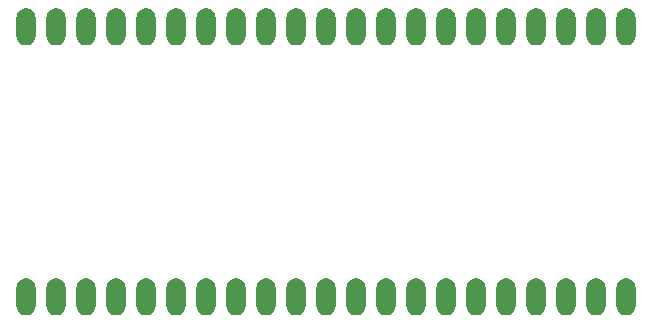
<source format=gbs>
G04 #@! TF.GenerationSoftware,KiCad,Pcbnew,(5.0.2)-1*
G04 #@! TF.CreationDate,2019-01-04T01:39:08+09:00*
G04 #@! TF.ProjectId,sdram,73647261-6d2e-46b6-9963-61645f706362,v1.0*
G04 #@! TF.SameCoordinates,Original*
G04 #@! TF.FileFunction,Soldermask,Bot*
G04 #@! TF.FilePolarity,Negative*
%FSLAX46Y46*%
G04 Gerber Fmt 4.6, Leading zero omitted, Abs format (unit mm)*
G04 Created by KiCad (PCBNEW (5.0.2)-1) date 2019/01/04 1:39:08*
%MOMM*%
%LPD*%
G01*
G04 APERTURE LIST*
%ADD10C,0.150000*%
G04 APERTURE END LIST*
D10*
G36*
X118269376Y-51776764D02*
X118371543Y-51807756D01*
X118422628Y-51823252D01*
X118563865Y-51898745D01*
X118687659Y-52000341D01*
X118789255Y-52124135D01*
X118864748Y-52265372D01*
X118864748Y-52265373D01*
X118911236Y-52418624D01*
X118923000Y-52538067D01*
X118923000Y-54141933D01*
X118911236Y-54261376D01*
X118880244Y-54363543D01*
X118864748Y-54414628D01*
X118789255Y-54555865D01*
X118687659Y-54679659D01*
X118563863Y-54781255D01*
X118498120Y-54816395D01*
X118422627Y-54856748D01*
X118371542Y-54872244D01*
X118269375Y-54903236D01*
X118110000Y-54918933D01*
X117950624Y-54903236D01*
X117848457Y-54872244D01*
X117797372Y-54856748D01*
X117656135Y-54781255D01*
X117532341Y-54679659D01*
X117430746Y-54555864D01*
X117355252Y-54414627D01*
X117339756Y-54363542D01*
X117308764Y-54261375D01*
X117297000Y-54141932D01*
X117297001Y-52538067D01*
X117308765Y-52418624D01*
X117355253Y-52265373D01*
X117355253Y-52265372D01*
X117430746Y-52124135D01*
X117532342Y-52000341D01*
X117656136Y-51898745D01*
X117797373Y-51823252D01*
X117848458Y-51807756D01*
X117950625Y-51776764D01*
X118110000Y-51761067D01*
X118269376Y-51776764D01*
X118269376Y-51776764D01*
G37*
G36*
X143669376Y-51776764D02*
X143771543Y-51807756D01*
X143822628Y-51823252D01*
X143963865Y-51898745D01*
X144087659Y-52000341D01*
X144189255Y-52124135D01*
X144264748Y-52265372D01*
X144264748Y-52265373D01*
X144311236Y-52418624D01*
X144323000Y-52538067D01*
X144323000Y-54141933D01*
X144311236Y-54261376D01*
X144280244Y-54363543D01*
X144264748Y-54414628D01*
X144189255Y-54555865D01*
X144087659Y-54679659D01*
X143963863Y-54781255D01*
X143898120Y-54816395D01*
X143822627Y-54856748D01*
X143771542Y-54872244D01*
X143669375Y-54903236D01*
X143510000Y-54918933D01*
X143350624Y-54903236D01*
X143248457Y-54872244D01*
X143197372Y-54856748D01*
X143056135Y-54781255D01*
X142932341Y-54679659D01*
X142830746Y-54555864D01*
X142755252Y-54414627D01*
X142739756Y-54363542D01*
X142708764Y-54261375D01*
X142697000Y-54141932D01*
X142697001Y-52538067D01*
X142708765Y-52418624D01*
X142755253Y-52265373D01*
X142755253Y-52265372D01*
X142830746Y-52124135D01*
X142932342Y-52000341D01*
X143056136Y-51898745D01*
X143197373Y-51823252D01*
X143248458Y-51807756D01*
X143350625Y-51776764D01*
X143510000Y-51761067D01*
X143669376Y-51776764D01*
X143669376Y-51776764D01*
G37*
G36*
X166529376Y-51776764D02*
X166631543Y-51807756D01*
X166682628Y-51823252D01*
X166823865Y-51898745D01*
X166947659Y-52000341D01*
X167049255Y-52124135D01*
X167124748Y-52265372D01*
X167124748Y-52265373D01*
X167171236Y-52418624D01*
X167183000Y-52538067D01*
X167183000Y-54141933D01*
X167171236Y-54261376D01*
X167140244Y-54363543D01*
X167124748Y-54414628D01*
X167049255Y-54555865D01*
X166947659Y-54679659D01*
X166823863Y-54781255D01*
X166758120Y-54816395D01*
X166682627Y-54856748D01*
X166631542Y-54872244D01*
X166529375Y-54903236D01*
X166370000Y-54918933D01*
X166210624Y-54903236D01*
X166108457Y-54872244D01*
X166057372Y-54856748D01*
X165916135Y-54781255D01*
X165792341Y-54679659D01*
X165690746Y-54555864D01*
X165615252Y-54414627D01*
X165599756Y-54363542D01*
X165568764Y-54261375D01*
X165557000Y-54141932D01*
X165557001Y-52538067D01*
X165568765Y-52418624D01*
X165615253Y-52265373D01*
X165615253Y-52265372D01*
X165690746Y-52124135D01*
X165792342Y-52000341D01*
X165916136Y-51898745D01*
X166057373Y-51823252D01*
X166108458Y-51807756D01*
X166210625Y-51776764D01*
X166370000Y-51761067D01*
X166529376Y-51776764D01*
X166529376Y-51776764D01*
G37*
G36*
X163989376Y-51776764D02*
X164091543Y-51807756D01*
X164142628Y-51823252D01*
X164283865Y-51898745D01*
X164407659Y-52000341D01*
X164509255Y-52124135D01*
X164584748Y-52265372D01*
X164584748Y-52265373D01*
X164631236Y-52418624D01*
X164643000Y-52538067D01*
X164643000Y-54141933D01*
X164631236Y-54261376D01*
X164600244Y-54363543D01*
X164584748Y-54414628D01*
X164509255Y-54555865D01*
X164407659Y-54679659D01*
X164283863Y-54781255D01*
X164218120Y-54816395D01*
X164142627Y-54856748D01*
X164091542Y-54872244D01*
X163989375Y-54903236D01*
X163830000Y-54918933D01*
X163670624Y-54903236D01*
X163568457Y-54872244D01*
X163517372Y-54856748D01*
X163376135Y-54781255D01*
X163252341Y-54679659D01*
X163150746Y-54555864D01*
X163075252Y-54414627D01*
X163059756Y-54363542D01*
X163028764Y-54261375D01*
X163017000Y-54141932D01*
X163017001Y-52538067D01*
X163028765Y-52418624D01*
X163075253Y-52265373D01*
X163075253Y-52265372D01*
X163150746Y-52124135D01*
X163252342Y-52000341D01*
X163376136Y-51898745D01*
X163517373Y-51823252D01*
X163568458Y-51807756D01*
X163670625Y-51776764D01*
X163830000Y-51761067D01*
X163989376Y-51776764D01*
X163989376Y-51776764D01*
G37*
G36*
X161449376Y-51776764D02*
X161551543Y-51807756D01*
X161602628Y-51823252D01*
X161743865Y-51898745D01*
X161867659Y-52000341D01*
X161969255Y-52124135D01*
X162044748Y-52265372D01*
X162044748Y-52265373D01*
X162091236Y-52418624D01*
X162103000Y-52538067D01*
X162103000Y-54141933D01*
X162091236Y-54261376D01*
X162060244Y-54363543D01*
X162044748Y-54414628D01*
X161969255Y-54555865D01*
X161867659Y-54679659D01*
X161743863Y-54781255D01*
X161678120Y-54816395D01*
X161602627Y-54856748D01*
X161551542Y-54872244D01*
X161449375Y-54903236D01*
X161290000Y-54918933D01*
X161130624Y-54903236D01*
X161028457Y-54872244D01*
X160977372Y-54856748D01*
X160836135Y-54781255D01*
X160712341Y-54679659D01*
X160610746Y-54555864D01*
X160535252Y-54414627D01*
X160519756Y-54363542D01*
X160488764Y-54261375D01*
X160477000Y-54141932D01*
X160477001Y-52538067D01*
X160488765Y-52418624D01*
X160535253Y-52265373D01*
X160535253Y-52265372D01*
X160610746Y-52124135D01*
X160712342Y-52000341D01*
X160836136Y-51898745D01*
X160977373Y-51823252D01*
X161028458Y-51807756D01*
X161130625Y-51776764D01*
X161290000Y-51761067D01*
X161449376Y-51776764D01*
X161449376Y-51776764D01*
G37*
G36*
X158909376Y-51776764D02*
X159011543Y-51807756D01*
X159062628Y-51823252D01*
X159203865Y-51898745D01*
X159327659Y-52000341D01*
X159429255Y-52124135D01*
X159504748Y-52265372D01*
X159504748Y-52265373D01*
X159551236Y-52418624D01*
X159563000Y-52538067D01*
X159563000Y-54141933D01*
X159551236Y-54261376D01*
X159520244Y-54363543D01*
X159504748Y-54414628D01*
X159429255Y-54555865D01*
X159327659Y-54679659D01*
X159203863Y-54781255D01*
X159138120Y-54816395D01*
X159062627Y-54856748D01*
X159011542Y-54872244D01*
X158909375Y-54903236D01*
X158750000Y-54918933D01*
X158590624Y-54903236D01*
X158488457Y-54872244D01*
X158437372Y-54856748D01*
X158296135Y-54781255D01*
X158172341Y-54679659D01*
X158070746Y-54555864D01*
X157995252Y-54414627D01*
X157979756Y-54363542D01*
X157948764Y-54261375D01*
X157937000Y-54141932D01*
X157937001Y-52538067D01*
X157948765Y-52418624D01*
X157995253Y-52265373D01*
X157995253Y-52265372D01*
X158070746Y-52124135D01*
X158172342Y-52000341D01*
X158296136Y-51898745D01*
X158437373Y-51823252D01*
X158488458Y-51807756D01*
X158590625Y-51776764D01*
X158750000Y-51761067D01*
X158909376Y-51776764D01*
X158909376Y-51776764D01*
G37*
G36*
X156369376Y-51776764D02*
X156471543Y-51807756D01*
X156522628Y-51823252D01*
X156663865Y-51898745D01*
X156787659Y-52000341D01*
X156889255Y-52124135D01*
X156964748Y-52265372D01*
X156964748Y-52265373D01*
X157011236Y-52418624D01*
X157023000Y-52538067D01*
X157023000Y-54141933D01*
X157011236Y-54261376D01*
X156980244Y-54363543D01*
X156964748Y-54414628D01*
X156889255Y-54555865D01*
X156787659Y-54679659D01*
X156663863Y-54781255D01*
X156598120Y-54816395D01*
X156522627Y-54856748D01*
X156471542Y-54872244D01*
X156369375Y-54903236D01*
X156210000Y-54918933D01*
X156050624Y-54903236D01*
X155948457Y-54872244D01*
X155897372Y-54856748D01*
X155756135Y-54781255D01*
X155632341Y-54679659D01*
X155530746Y-54555864D01*
X155455252Y-54414627D01*
X155439756Y-54363542D01*
X155408764Y-54261375D01*
X155397000Y-54141932D01*
X155397001Y-52538067D01*
X155408765Y-52418624D01*
X155455253Y-52265373D01*
X155455253Y-52265372D01*
X155530746Y-52124135D01*
X155632342Y-52000341D01*
X155756136Y-51898745D01*
X155897373Y-51823252D01*
X155948458Y-51807756D01*
X156050625Y-51776764D01*
X156210000Y-51761067D01*
X156369376Y-51776764D01*
X156369376Y-51776764D01*
G37*
G36*
X153829376Y-51776764D02*
X153931543Y-51807756D01*
X153982628Y-51823252D01*
X154123865Y-51898745D01*
X154247659Y-52000341D01*
X154349255Y-52124135D01*
X154424748Y-52265372D01*
X154424748Y-52265373D01*
X154471236Y-52418624D01*
X154483000Y-52538067D01*
X154483000Y-54141933D01*
X154471236Y-54261376D01*
X154440244Y-54363543D01*
X154424748Y-54414628D01*
X154349255Y-54555865D01*
X154247659Y-54679659D01*
X154123863Y-54781255D01*
X154058120Y-54816395D01*
X153982627Y-54856748D01*
X153931542Y-54872244D01*
X153829375Y-54903236D01*
X153670000Y-54918933D01*
X153510624Y-54903236D01*
X153408457Y-54872244D01*
X153357372Y-54856748D01*
X153216135Y-54781255D01*
X153092341Y-54679659D01*
X152990746Y-54555864D01*
X152915252Y-54414627D01*
X152899756Y-54363542D01*
X152868764Y-54261375D01*
X152857000Y-54141932D01*
X152857001Y-52538067D01*
X152868765Y-52418624D01*
X152915253Y-52265373D01*
X152915253Y-52265372D01*
X152990746Y-52124135D01*
X153092342Y-52000341D01*
X153216136Y-51898745D01*
X153357373Y-51823252D01*
X153408458Y-51807756D01*
X153510625Y-51776764D01*
X153670000Y-51761067D01*
X153829376Y-51776764D01*
X153829376Y-51776764D01*
G37*
G36*
X151289376Y-51776764D02*
X151391543Y-51807756D01*
X151442628Y-51823252D01*
X151583865Y-51898745D01*
X151707659Y-52000341D01*
X151809255Y-52124135D01*
X151884748Y-52265372D01*
X151884748Y-52265373D01*
X151931236Y-52418624D01*
X151943000Y-52538067D01*
X151943000Y-54141933D01*
X151931236Y-54261376D01*
X151900244Y-54363543D01*
X151884748Y-54414628D01*
X151809255Y-54555865D01*
X151707659Y-54679659D01*
X151583863Y-54781255D01*
X151518120Y-54816395D01*
X151442627Y-54856748D01*
X151391542Y-54872244D01*
X151289375Y-54903236D01*
X151130000Y-54918933D01*
X150970624Y-54903236D01*
X150868457Y-54872244D01*
X150817372Y-54856748D01*
X150676135Y-54781255D01*
X150552341Y-54679659D01*
X150450746Y-54555864D01*
X150375252Y-54414627D01*
X150359756Y-54363542D01*
X150328764Y-54261375D01*
X150317000Y-54141932D01*
X150317001Y-52538067D01*
X150328765Y-52418624D01*
X150375253Y-52265373D01*
X150375253Y-52265372D01*
X150450746Y-52124135D01*
X150552342Y-52000341D01*
X150676136Y-51898745D01*
X150817373Y-51823252D01*
X150868458Y-51807756D01*
X150970625Y-51776764D01*
X151130000Y-51761067D01*
X151289376Y-51776764D01*
X151289376Y-51776764D01*
G37*
G36*
X148749376Y-51776764D02*
X148851543Y-51807756D01*
X148902628Y-51823252D01*
X149043865Y-51898745D01*
X149167659Y-52000341D01*
X149269255Y-52124135D01*
X149344748Y-52265372D01*
X149344748Y-52265373D01*
X149391236Y-52418624D01*
X149403000Y-52538067D01*
X149403000Y-54141933D01*
X149391236Y-54261376D01*
X149360244Y-54363543D01*
X149344748Y-54414628D01*
X149269255Y-54555865D01*
X149167659Y-54679659D01*
X149043863Y-54781255D01*
X148978120Y-54816395D01*
X148902627Y-54856748D01*
X148851542Y-54872244D01*
X148749375Y-54903236D01*
X148590000Y-54918933D01*
X148430624Y-54903236D01*
X148328457Y-54872244D01*
X148277372Y-54856748D01*
X148136135Y-54781255D01*
X148012341Y-54679659D01*
X147910746Y-54555864D01*
X147835252Y-54414627D01*
X147819756Y-54363542D01*
X147788764Y-54261375D01*
X147777000Y-54141932D01*
X147777001Y-52538067D01*
X147788765Y-52418624D01*
X147835253Y-52265373D01*
X147835253Y-52265372D01*
X147910746Y-52124135D01*
X148012342Y-52000341D01*
X148136136Y-51898745D01*
X148277373Y-51823252D01*
X148328458Y-51807756D01*
X148430625Y-51776764D01*
X148590000Y-51761067D01*
X148749376Y-51776764D01*
X148749376Y-51776764D01*
G37*
G36*
X146209376Y-51776764D02*
X146311543Y-51807756D01*
X146362628Y-51823252D01*
X146503865Y-51898745D01*
X146627659Y-52000341D01*
X146729255Y-52124135D01*
X146804748Y-52265372D01*
X146804748Y-52265373D01*
X146851236Y-52418624D01*
X146863000Y-52538067D01*
X146863000Y-54141933D01*
X146851236Y-54261376D01*
X146820244Y-54363543D01*
X146804748Y-54414628D01*
X146729255Y-54555865D01*
X146627659Y-54679659D01*
X146503863Y-54781255D01*
X146438120Y-54816395D01*
X146362627Y-54856748D01*
X146311542Y-54872244D01*
X146209375Y-54903236D01*
X146050000Y-54918933D01*
X145890624Y-54903236D01*
X145788457Y-54872244D01*
X145737372Y-54856748D01*
X145596135Y-54781255D01*
X145472341Y-54679659D01*
X145370746Y-54555864D01*
X145295252Y-54414627D01*
X145279756Y-54363542D01*
X145248764Y-54261375D01*
X145237000Y-54141932D01*
X145237001Y-52538067D01*
X145248765Y-52418624D01*
X145295253Y-52265373D01*
X145295253Y-52265372D01*
X145370746Y-52124135D01*
X145472342Y-52000341D01*
X145596136Y-51898745D01*
X145737373Y-51823252D01*
X145788458Y-51807756D01*
X145890625Y-51776764D01*
X146050000Y-51761067D01*
X146209376Y-51776764D01*
X146209376Y-51776764D01*
G37*
G36*
X141129376Y-51776764D02*
X141231543Y-51807756D01*
X141282628Y-51823252D01*
X141423865Y-51898745D01*
X141547659Y-52000341D01*
X141649255Y-52124135D01*
X141724748Y-52265372D01*
X141724748Y-52265373D01*
X141771236Y-52418624D01*
X141783000Y-52538067D01*
X141783000Y-54141933D01*
X141771236Y-54261376D01*
X141740244Y-54363543D01*
X141724748Y-54414628D01*
X141649255Y-54555865D01*
X141547659Y-54679659D01*
X141423863Y-54781255D01*
X141358120Y-54816395D01*
X141282627Y-54856748D01*
X141231542Y-54872244D01*
X141129375Y-54903236D01*
X140970000Y-54918933D01*
X140810624Y-54903236D01*
X140708457Y-54872244D01*
X140657372Y-54856748D01*
X140516135Y-54781255D01*
X140392341Y-54679659D01*
X140290746Y-54555864D01*
X140215252Y-54414627D01*
X140199756Y-54363542D01*
X140168764Y-54261375D01*
X140157000Y-54141932D01*
X140157001Y-52538067D01*
X140168765Y-52418624D01*
X140215253Y-52265373D01*
X140215253Y-52265372D01*
X140290746Y-52124135D01*
X140392342Y-52000341D01*
X140516136Y-51898745D01*
X140657373Y-51823252D01*
X140708458Y-51807756D01*
X140810625Y-51776764D01*
X140970000Y-51761067D01*
X141129376Y-51776764D01*
X141129376Y-51776764D01*
G37*
G36*
X138589376Y-51776764D02*
X138691543Y-51807756D01*
X138742628Y-51823252D01*
X138883865Y-51898745D01*
X139007659Y-52000341D01*
X139109255Y-52124135D01*
X139184748Y-52265372D01*
X139184748Y-52265373D01*
X139231236Y-52418624D01*
X139243000Y-52538067D01*
X139243000Y-54141933D01*
X139231236Y-54261376D01*
X139200244Y-54363543D01*
X139184748Y-54414628D01*
X139109255Y-54555865D01*
X139007659Y-54679659D01*
X138883863Y-54781255D01*
X138818120Y-54816395D01*
X138742627Y-54856748D01*
X138691542Y-54872244D01*
X138589375Y-54903236D01*
X138430000Y-54918933D01*
X138270624Y-54903236D01*
X138168457Y-54872244D01*
X138117372Y-54856748D01*
X137976135Y-54781255D01*
X137852341Y-54679659D01*
X137750746Y-54555864D01*
X137675252Y-54414627D01*
X137659756Y-54363542D01*
X137628764Y-54261375D01*
X137617000Y-54141932D01*
X137617001Y-52538067D01*
X137628765Y-52418624D01*
X137675253Y-52265373D01*
X137675253Y-52265372D01*
X137750746Y-52124135D01*
X137852342Y-52000341D01*
X137976136Y-51898745D01*
X138117373Y-51823252D01*
X138168458Y-51807756D01*
X138270625Y-51776764D01*
X138430000Y-51761067D01*
X138589376Y-51776764D01*
X138589376Y-51776764D01*
G37*
G36*
X136049376Y-51776764D02*
X136151543Y-51807756D01*
X136202628Y-51823252D01*
X136343865Y-51898745D01*
X136467659Y-52000341D01*
X136569255Y-52124135D01*
X136644748Y-52265372D01*
X136644748Y-52265373D01*
X136691236Y-52418624D01*
X136703000Y-52538067D01*
X136703000Y-54141933D01*
X136691236Y-54261376D01*
X136660244Y-54363543D01*
X136644748Y-54414628D01*
X136569255Y-54555865D01*
X136467659Y-54679659D01*
X136343863Y-54781255D01*
X136278120Y-54816395D01*
X136202627Y-54856748D01*
X136151542Y-54872244D01*
X136049375Y-54903236D01*
X135890000Y-54918933D01*
X135730624Y-54903236D01*
X135628457Y-54872244D01*
X135577372Y-54856748D01*
X135436135Y-54781255D01*
X135312341Y-54679659D01*
X135210746Y-54555864D01*
X135135252Y-54414627D01*
X135119756Y-54363542D01*
X135088764Y-54261375D01*
X135077000Y-54141932D01*
X135077001Y-52538067D01*
X135088765Y-52418624D01*
X135135253Y-52265373D01*
X135135253Y-52265372D01*
X135210746Y-52124135D01*
X135312342Y-52000341D01*
X135436136Y-51898745D01*
X135577373Y-51823252D01*
X135628458Y-51807756D01*
X135730625Y-51776764D01*
X135890000Y-51761067D01*
X136049376Y-51776764D01*
X136049376Y-51776764D01*
G37*
G36*
X133509376Y-51776764D02*
X133611543Y-51807756D01*
X133662628Y-51823252D01*
X133803865Y-51898745D01*
X133927659Y-52000341D01*
X134029255Y-52124135D01*
X134104748Y-52265372D01*
X134104748Y-52265373D01*
X134151236Y-52418624D01*
X134163000Y-52538067D01*
X134163000Y-54141933D01*
X134151236Y-54261376D01*
X134120244Y-54363543D01*
X134104748Y-54414628D01*
X134029255Y-54555865D01*
X133927659Y-54679659D01*
X133803863Y-54781255D01*
X133738120Y-54816395D01*
X133662627Y-54856748D01*
X133611542Y-54872244D01*
X133509375Y-54903236D01*
X133350000Y-54918933D01*
X133190624Y-54903236D01*
X133088457Y-54872244D01*
X133037372Y-54856748D01*
X132896135Y-54781255D01*
X132772341Y-54679659D01*
X132670746Y-54555864D01*
X132595252Y-54414627D01*
X132579756Y-54363542D01*
X132548764Y-54261375D01*
X132537000Y-54141932D01*
X132537001Y-52538067D01*
X132548765Y-52418624D01*
X132595253Y-52265373D01*
X132595253Y-52265372D01*
X132670746Y-52124135D01*
X132772342Y-52000341D01*
X132896136Y-51898745D01*
X133037373Y-51823252D01*
X133088458Y-51807756D01*
X133190625Y-51776764D01*
X133350000Y-51761067D01*
X133509376Y-51776764D01*
X133509376Y-51776764D01*
G37*
G36*
X130969376Y-51776764D02*
X131071543Y-51807756D01*
X131122628Y-51823252D01*
X131263865Y-51898745D01*
X131387659Y-52000341D01*
X131489255Y-52124135D01*
X131564748Y-52265372D01*
X131564748Y-52265373D01*
X131611236Y-52418624D01*
X131623000Y-52538067D01*
X131623000Y-54141933D01*
X131611236Y-54261376D01*
X131580244Y-54363543D01*
X131564748Y-54414628D01*
X131489255Y-54555865D01*
X131387659Y-54679659D01*
X131263863Y-54781255D01*
X131198120Y-54816395D01*
X131122627Y-54856748D01*
X131071542Y-54872244D01*
X130969375Y-54903236D01*
X130810000Y-54918933D01*
X130650624Y-54903236D01*
X130548457Y-54872244D01*
X130497372Y-54856748D01*
X130356135Y-54781255D01*
X130232341Y-54679659D01*
X130130746Y-54555864D01*
X130055252Y-54414627D01*
X130039756Y-54363542D01*
X130008764Y-54261375D01*
X129997000Y-54141932D01*
X129997001Y-52538067D01*
X130008765Y-52418624D01*
X130055253Y-52265373D01*
X130055253Y-52265372D01*
X130130746Y-52124135D01*
X130232342Y-52000341D01*
X130356136Y-51898745D01*
X130497373Y-51823252D01*
X130548458Y-51807756D01*
X130650625Y-51776764D01*
X130810000Y-51761067D01*
X130969376Y-51776764D01*
X130969376Y-51776764D01*
G37*
G36*
X128429376Y-51776764D02*
X128531543Y-51807756D01*
X128582628Y-51823252D01*
X128723865Y-51898745D01*
X128847659Y-52000341D01*
X128949255Y-52124135D01*
X129024748Y-52265372D01*
X129024748Y-52265373D01*
X129071236Y-52418624D01*
X129083000Y-52538067D01*
X129083000Y-54141933D01*
X129071236Y-54261376D01*
X129040244Y-54363543D01*
X129024748Y-54414628D01*
X128949255Y-54555865D01*
X128847659Y-54679659D01*
X128723863Y-54781255D01*
X128658120Y-54816395D01*
X128582627Y-54856748D01*
X128531542Y-54872244D01*
X128429375Y-54903236D01*
X128270000Y-54918933D01*
X128110624Y-54903236D01*
X128008457Y-54872244D01*
X127957372Y-54856748D01*
X127816135Y-54781255D01*
X127692341Y-54679659D01*
X127590746Y-54555864D01*
X127515252Y-54414627D01*
X127499756Y-54363542D01*
X127468764Y-54261375D01*
X127457000Y-54141932D01*
X127457001Y-52538067D01*
X127468765Y-52418624D01*
X127515253Y-52265373D01*
X127515253Y-52265372D01*
X127590746Y-52124135D01*
X127692342Y-52000341D01*
X127816136Y-51898745D01*
X127957373Y-51823252D01*
X128008458Y-51807756D01*
X128110625Y-51776764D01*
X128270000Y-51761067D01*
X128429376Y-51776764D01*
X128429376Y-51776764D01*
G37*
G36*
X125889376Y-51776764D02*
X125991543Y-51807756D01*
X126042628Y-51823252D01*
X126183865Y-51898745D01*
X126307659Y-52000341D01*
X126409255Y-52124135D01*
X126484748Y-52265372D01*
X126484748Y-52265373D01*
X126531236Y-52418624D01*
X126543000Y-52538067D01*
X126543000Y-54141933D01*
X126531236Y-54261376D01*
X126500244Y-54363543D01*
X126484748Y-54414628D01*
X126409255Y-54555865D01*
X126307659Y-54679659D01*
X126183863Y-54781255D01*
X126118120Y-54816395D01*
X126042627Y-54856748D01*
X125991542Y-54872244D01*
X125889375Y-54903236D01*
X125730000Y-54918933D01*
X125570624Y-54903236D01*
X125468457Y-54872244D01*
X125417372Y-54856748D01*
X125276135Y-54781255D01*
X125152341Y-54679659D01*
X125050746Y-54555864D01*
X124975252Y-54414627D01*
X124959756Y-54363542D01*
X124928764Y-54261375D01*
X124917000Y-54141932D01*
X124917001Y-52538067D01*
X124928765Y-52418624D01*
X124975253Y-52265373D01*
X124975253Y-52265372D01*
X125050746Y-52124135D01*
X125152342Y-52000341D01*
X125276136Y-51898745D01*
X125417373Y-51823252D01*
X125468458Y-51807756D01*
X125570625Y-51776764D01*
X125730000Y-51761067D01*
X125889376Y-51776764D01*
X125889376Y-51776764D01*
G37*
G36*
X123349376Y-51776764D02*
X123451543Y-51807756D01*
X123502628Y-51823252D01*
X123643865Y-51898745D01*
X123767659Y-52000341D01*
X123869255Y-52124135D01*
X123944748Y-52265372D01*
X123944748Y-52265373D01*
X123991236Y-52418624D01*
X124003000Y-52538067D01*
X124003000Y-54141933D01*
X123991236Y-54261376D01*
X123960244Y-54363543D01*
X123944748Y-54414628D01*
X123869255Y-54555865D01*
X123767659Y-54679659D01*
X123643863Y-54781255D01*
X123578120Y-54816395D01*
X123502627Y-54856748D01*
X123451542Y-54872244D01*
X123349375Y-54903236D01*
X123190000Y-54918933D01*
X123030624Y-54903236D01*
X122928457Y-54872244D01*
X122877372Y-54856748D01*
X122736135Y-54781255D01*
X122612341Y-54679659D01*
X122510746Y-54555864D01*
X122435252Y-54414627D01*
X122419756Y-54363542D01*
X122388764Y-54261375D01*
X122377000Y-54141932D01*
X122377001Y-52538067D01*
X122388765Y-52418624D01*
X122435253Y-52265373D01*
X122435253Y-52265372D01*
X122510746Y-52124135D01*
X122612342Y-52000341D01*
X122736136Y-51898745D01*
X122877373Y-51823252D01*
X122928458Y-51807756D01*
X123030625Y-51776764D01*
X123190000Y-51761067D01*
X123349376Y-51776764D01*
X123349376Y-51776764D01*
G37*
G36*
X120809376Y-51776764D02*
X120911543Y-51807756D01*
X120962628Y-51823252D01*
X121103865Y-51898745D01*
X121227659Y-52000341D01*
X121329255Y-52124135D01*
X121404748Y-52265372D01*
X121404748Y-52265373D01*
X121451236Y-52418624D01*
X121463000Y-52538067D01*
X121463000Y-54141933D01*
X121451236Y-54261376D01*
X121420244Y-54363543D01*
X121404748Y-54414628D01*
X121329255Y-54555865D01*
X121227659Y-54679659D01*
X121103863Y-54781255D01*
X121038120Y-54816395D01*
X120962627Y-54856748D01*
X120911542Y-54872244D01*
X120809375Y-54903236D01*
X120650000Y-54918933D01*
X120490624Y-54903236D01*
X120388457Y-54872244D01*
X120337372Y-54856748D01*
X120196135Y-54781255D01*
X120072341Y-54679659D01*
X119970746Y-54555864D01*
X119895252Y-54414627D01*
X119879756Y-54363542D01*
X119848764Y-54261375D01*
X119837000Y-54141932D01*
X119837001Y-52538067D01*
X119848765Y-52418624D01*
X119895253Y-52265373D01*
X119895253Y-52265372D01*
X119970746Y-52124135D01*
X120072342Y-52000341D01*
X120196136Y-51898745D01*
X120337373Y-51823252D01*
X120388458Y-51807756D01*
X120490625Y-51776764D01*
X120650000Y-51761067D01*
X120809376Y-51776764D01*
X120809376Y-51776764D01*
G37*
G36*
X169069376Y-51776764D02*
X169171543Y-51807756D01*
X169222628Y-51823252D01*
X169363865Y-51898745D01*
X169487659Y-52000341D01*
X169589255Y-52124135D01*
X169664748Y-52265372D01*
X169664748Y-52265373D01*
X169711236Y-52418624D01*
X169723000Y-52538067D01*
X169723000Y-54141933D01*
X169711236Y-54261376D01*
X169680244Y-54363543D01*
X169664748Y-54414628D01*
X169589255Y-54555865D01*
X169487659Y-54679659D01*
X169363863Y-54781255D01*
X169298120Y-54816395D01*
X169222627Y-54856748D01*
X169171542Y-54872244D01*
X169069375Y-54903236D01*
X168910000Y-54918933D01*
X168750624Y-54903236D01*
X168648457Y-54872244D01*
X168597372Y-54856748D01*
X168456135Y-54781255D01*
X168332341Y-54679659D01*
X168230746Y-54555864D01*
X168155252Y-54414627D01*
X168139756Y-54363542D01*
X168108764Y-54261375D01*
X168097000Y-54141932D01*
X168097001Y-52538067D01*
X168108765Y-52418624D01*
X168155253Y-52265373D01*
X168155253Y-52265372D01*
X168230746Y-52124135D01*
X168332342Y-52000341D01*
X168456136Y-51898745D01*
X168597373Y-51823252D01*
X168648458Y-51807756D01*
X168750625Y-51776764D01*
X168910000Y-51761067D01*
X169069376Y-51776764D01*
X169069376Y-51776764D01*
G37*
G36*
X143669375Y-28916764D02*
X143771542Y-28947756D01*
X143822627Y-28963252D01*
X143898120Y-29003605D01*
X143963863Y-29038745D01*
X143963865Y-29038746D01*
X143963864Y-29038746D01*
X144087659Y-29140341D01*
X144189255Y-29264135D01*
X144264748Y-29405372D01*
X144280244Y-29456457D01*
X144311236Y-29558624D01*
X144323000Y-29678067D01*
X144323000Y-31281933D01*
X144311236Y-31401376D01*
X144280244Y-31503543D01*
X144264748Y-31554628D01*
X144189255Y-31695865D01*
X144087659Y-31819659D01*
X143963865Y-31921255D01*
X143822628Y-31996748D01*
X143771543Y-32012244D01*
X143669376Y-32043236D01*
X143510000Y-32058933D01*
X143350625Y-32043236D01*
X143248458Y-32012244D01*
X143197373Y-31996748D01*
X143056136Y-31921255D01*
X142932342Y-31819659D01*
X142830746Y-31695865D01*
X142755253Y-31554628D01*
X142739757Y-31503543D01*
X142708765Y-31401376D01*
X142697001Y-31281933D01*
X142697000Y-29678068D01*
X142708764Y-29558625D01*
X142755252Y-29405374D01*
X142755252Y-29405373D01*
X142830746Y-29264136D01*
X142932341Y-29140341D01*
X143056135Y-29038745D01*
X143197372Y-28963252D01*
X143248457Y-28947756D01*
X143350624Y-28916764D01*
X143510000Y-28901067D01*
X143669375Y-28916764D01*
X143669375Y-28916764D01*
G37*
G36*
X141129375Y-28916764D02*
X141231542Y-28947756D01*
X141282627Y-28963252D01*
X141358120Y-29003605D01*
X141423863Y-29038745D01*
X141423865Y-29038746D01*
X141423864Y-29038746D01*
X141547659Y-29140341D01*
X141649255Y-29264135D01*
X141724748Y-29405372D01*
X141740244Y-29456457D01*
X141771236Y-29558624D01*
X141783000Y-29678067D01*
X141783000Y-31281933D01*
X141771236Y-31401376D01*
X141740244Y-31503543D01*
X141724748Y-31554628D01*
X141649255Y-31695865D01*
X141547659Y-31819659D01*
X141423865Y-31921255D01*
X141282628Y-31996748D01*
X141231543Y-32012244D01*
X141129376Y-32043236D01*
X140970000Y-32058933D01*
X140810625Y-32043236D01*
X140708458Y-32012244D01*
X140657373Y-31996748D01*
X140516136Y-31921255D01*
X140392342Y-31819659D01*
X140290746Y-31695865D01*
X140215253Y-31554628D01*
X140199757Y-31503543D01*
X140168765Y-31401376D01*
X140157001Y-31281933D01*
X140157000Y-29678068D01*
X140168764Y-29558625D01*
X140215252Y-29405374D01*
X140215252Y-29405373D01*
X140290746Y-29264136D01*
X140392341Y-29140341D01*
X140516135Y-29038745D01*
X140657372Y-28963252D01*
X140708457Y-28947756D01*
X140810624Y-28916764D01*
X140970000Y-28901067D01*
X141129375Y-28916764D01*
X141129375Y-28916764D01*
G37*
G36*
X138589375Y-28916764D02*
X138691542Y-28947756D01*
X138742627Y-28963252D01*
X138818120Y-29003605D01*
X138883863Y-29038745D01*
X138883865Y-29038746D01*
X138883864Y-29038746D01*
X139007659Y-29140341D01*
X139109255Y-29264135D01*
X139184748Y-29405372D01*
X139200244Y-29456457D01*
X139231236Y-29558624D01*
X139243000Y-29678067D01*
X139243000Y-31281933D01*
X139231236Y-31401376D01*
X139200244Y-31503543D01*
X139184748Y-31554628D01*
X139109255Y-31695865D01*
X139007659Y-31819659D01*
X138883865Y-31921255D01*
X138742628Y-31996748D01*
X138691543Y-32012244D01*
X138589376Y-32043236D01*
X138430000Y-32058933D01*
X138270625Y-32043236D01*
X138168458Y-32012244D01*
X138117373Y-31996748D01*
X137976136Y-31921255D01*
X137852342Y-31819659D01*
X137750746Y-31695865D01*
X137675253Y-31554628D01*
X137659757Y-31503543D01*
X137628765Y-31401376D01*
X137617001Y-31281933D01*
X137617000Y-29678068D01*
X137628764Y-29558625D01*
X137675252Y-29405374D01*
X137675252Y-29405373D01*
X137750746Y-29264136D01*
X137852341Y-29140341D01*
X137976135Y-29038745D01*
X138117372Y-28963252D01*
X138168457Y-28947756D01*
X138270624Y-28916764D01*
X138430000Y-28901067D01*
X138589375Y-28916764D01*
X138589375Y-28916764D01*
G37*
G36*
X136049375Y-28916764D02*
X136151542Y-28947756D01*
X136202627Y-28963252D01*
X136278120Y-29003605D01*
X136343863Y-29038745D01*
X136343865Y-29038746D01*
X136343864Y-29038746D01*
X136467659Y-29140341D01*
X136569255Y-29264135D01*
X136644748Y-29405372D01*
X136660244Y-29456457D01*
X136691236Y-29558624D01*
X136703000Y-29678067D01*
X136703000Y-31281933D01*
X136691236Y-31401376D01*
X136660244Y-31503543D01*
X136644748Y-31554628D01*
X136569255Y-31695865D01*
X136467659Y-31819659D01*
X136343865Y-31921255D01*
X136202628Y-31996748D01*
X136151543Y-32012244D01*
X136049376Y-32043236D01*
X135890000Y-32058933D01*
X135730625Y-32043236D01*
X135628458Y-32012244D01*
X135577373Y-31996748D01*
X135436136Y-31921255D01*
X135312342Y-31819659D01*
X135210746Y-31695865D01*
X135135253Y-31554628D01*
X135119757Y-31503543D01*
X135088765Y-31401376D01*
X135077001Y-31281933D01*
X135077000Y-29678068D01*
X135088764Y-29558625D01*
X135135252Y-29405374D01*
X135135252Y-29405373D01*
X135210746Y-29264136D01*
X135312341Y-29140341D01*
X135436135Y-29038745D01*
X135577372Y-28963252D01*
X135628457Y-28947756D01*
X135730624Y-28916764D01*
X135890000Y-28901067D01*
X136049375Y-28916764D01*
X136049375Y-28916764D01*
G37*
G36*
X133509375Y-28916764D02*
X133611542Y-28947756D01*
X133662627Y-28963252D01*
X133738120Y-29003605D01*
X133803863Y-29038745D01*
X133803865Y-29038746D01*
X133803864Y-29038746D01*
X133927659Y-29140341D01*
X134029255Y-29264135D01*
X134104748Y-29405372D01*
X134120244Y-29456457D01*
X134151236Y-29558624D01*
X134163000Y-29678067D01*
X134163000Y-31281933D01*
X134151236Y-31401376D01*
X134120244Y-31503543D01*
X134104748Y-31554628D01*
X134029255Y-31695865D01*
X133927659Y-31819659D01*
X133803865Y-31921255D01*
X133662628Y-31996748D01*
X133611543Y-32012244D01*
X133509376Y-32043236D01*
X133350000Y-32058933D01*
X133190625Y-32043236D01*
X133088458Y-32012244D01*
X133037373Y-31996748D01*
X132896136Y-31921255D01*
X132772342Y-31819659D01*
X132670746Y-31695865D01*
X132595253Y-31554628D01*
X132579757Y-31503543D01*
X132548765Y-31401376D01*
X132537001Y-31281933D01*
X132537000Y-29678068D01*
X132548764Y-29558625D01*
X132595252Y-29405374D01*
X132595252Y-29405373D01*
X132670746Y-29264136D01*
X132772341Y-29140341D01*
X132896135Y-29038745D01*
X133037372Y-28963252D01*
X133088457Y-28947756D01*
X133190624Y-28916764D01*
X133350000Y-28901067D01*
X133509375Y-28916764D01*
X133509375Y-28916764D01*
G37*
G36*
X130969375Y-28916764D02*
X131071542Y-28947756D01*
X131122627Y-28963252D01*
X131198120Y-29003605D01*
X131263863Y-29038745D01*
X131263865Y-29038746D01*
X131263864Y-29038746D01*
X131387659Y-29140341D01*
X131489255Y-29264135D01*
X131564748Y-29405372D01*
X131580244Y-29456457D01*
X131611236Y-29558624D01*
X131623000Y-29678067D01*
X131623000Y-31281933D01*
X131611236Y-31401376D01*
X131580244Y-31503543D01*
X131564748Y-31554628D01*
X131489255Y-31695865D01*
X131387659Y-31819659D01*
X131263865Y-31921255D01*
X131122628Y-31996748D01*
X131071543Y-32012244D01*
X130969376Y-32043236D01*
X130810000Y-32058933D01*
X130650625Y-32043236D01*
X130548458Y-32012244D01*
X130497373Y-31996748D01*
X130356136Y-31921255D01*
X130232342Y-31819659D01*
X130130746Y-31695865D01*
X130055253Y-31554628D01*
X130039757Y-31503543D01*
X130008765Y-31401376D01*
X129997001Y-31281933D01*
X129997000Y-29678068D01*
X130008764Y-29558625D01*
X130055252Y-29405374D01*
X130055252Y-29405373D01*
X130130746Y-29264136D01*
X130232341Y-29140341D01*
X130356135Y-29038745D01*
X130497372Y-28963252D01*
X130548457Y-28947756D01*
X130650624Y-28916764D01*
X130810000Y-28901067D01*
X130969375Y-28916764D01*
X130969375Y-28916764D01*
G37*
G36*
X128429375Y-28916764D02*
X128531542Y-28947756D01*
X128582627Y-28963252D01*
X128658120Y-29003605D01*
X128723863Y-29038745D01*
X128723865Y-29038746D01*
X128723864Y-29038746D01*
X128847659Y-29140341D01*
X128949255Y-29264135D01*
X129024748Y-29405372D01*
X129040244Y-29456457D01*
X129071236Y-29558624D01*
X129083000Y-29678067D01*
X129083000Y-31281933D01*
X129071236Y-31401376D01*
X129040244Y-31503543D01*
X129024748Y-31554628D01*
X128949255Y-31695865D01*
X128847659Y-31819659D01*
X128723865Y-31921255D01*
X128582628Y-31996748D01*
X128531543Y-32012244D01*
X128429376Y-32043236D01*
X128270000Y-32058933D01*
X128110625Y-32043236D01*
X128008458Y-32012244D01*
X127957373Y-31996748D01*
X127816136Y-31921255D01*
X127692342Y-31819659D01*
X127590746Y-31695865D01*
X127515253Y-31554628D01*
X127499757Y-31503543D01*
X127468765Y-31401376D01*
X127457001Y-31281933D01*
X127457000Y-29678068D01*
X127468764Y-29558625D01*
X127515252Y-29405374D01*
X127515252Y-29405373D01*
X127590746Y-29264136D01*
X127692341Y-29140341D01*
X127816135Y-29038745D01*
X127957372Y-28963252D01*
X128008457Y-28947756D01*
X128110624Y-28916764D01*
X128270000Y-28901067D01*
X128429375Y-28916764D01*
X128429375Y-28916764D01*
G37*
G36*
X125889375Y-28916764D02*
X125991542Y-28947756D01*
X126042627Y-28963252D01*
X126118120Y-29003605D01*
X126183863Y-29038745D01*
X126183865Y-29038746D01*
X126183864Y-29038746D01*
X126307659Y-29140341D01*
X126409255Y-29264135D01*
X126484748Y-29405372D01*
X126500244Y-29456457D01*
X126531236Y-29558624D01*
X126543000Y-29678067D01*
X126543000Y-31281933D01*
X126531236Y-31401376D01*
X126500244Y-31503543D01*
X126484748Y-31554628D01*
X126409255Y-31695865D01*
X126307659Y-31819659D01*
X126183865Y-31921255D01*
X126042628Y-31996748D01*
X125991543Y-32012244D01*
X125889376Y-32043236D01*
X125730000Y-32058933D01*
X125570625Y-32043236D01*
X125468458Y-32012244D01*
X125417373Y-31996748D01*
X125276136Y-31921255D01*
X125152342Y-31819659D01*
X125050746Y-31695865D01*
X124975253Y-31554628D01*
X124959757Y-31503543D01*
X124928765Y-31401376D01*
X124917001Y-31281933D01*
X124917000Y-29678068D01*
X124928764Y-29558625D01*
X124975252Y-29405374D01*
X124975252Y-29405373D01*
X125050746Y-29264136D01*
X125152341Y-29140341D01*
X125276135Y-29038745D01*
X125417372Y-28963252D01*
X125468457Y-28947756D01*
X125570624Y-28916764D01*
X125730000Y-28901067D01*
X125889375Y-28916764D01*
X125889375Y-28916764D01*
G37*
G36*
X123349375Y-28916764D02*
X123451542Y-28947756D01*
X123502627Y-28963252D01*
X123578120Y-29003605D01*
X123643863Y-29038745D01*
X123643865Y-29038746D01*
X123643864Y-29038746D01*
X123767659Y-29140341D01*
X123869255Y-29264135D01*
X123944748Y-29405372D01*
X123960244Y-29456457D01*
X123991236Y-29558624D01*
X124003000Y-29678067D01*
X124003000Y-31281933D01*
X123991236Y-31401376D01*
X123960244Y-31503543D01*
X123944748Y-31554628D01*
X123869255Y-31695865D01*
X123767659Y-31819659D01*
X123643865Y-31921255D01*
X123502628Y-31996748D01*
X123451543Y-32012244D01*
X123349376Y-32043236D01*
X123190000Y-32058933D01*
X123030625Y-32043236D01*
X122928458Y-32012244D01*
X122877373Y-31996748D01*
X122736136Y-31921255D01*
X122612342Y-31819659D01*
X122510746Y-31695865D01*
X122435253Y-31554628D01*
X122419757Y-31503543D01*
X122388765Y-31401376D01*
X122377001Y-31281933D01*
X122377000Y-29678068D01*
X122388764Y-29558625D01*
X122435252Y-29405374D01*
X122435252Y-29405373D01*
X122510746Y-29264136D01*
X122612341Y-29140341D01*
X122736135Y-29038745D01*
X122877372Y-28963252D01*
X122928457Y-28947756D01*
X123030624Y-28916764D01*
X123190000Y-28901067D01*
X123349375Y-28916764D01*
X123349375Y-28916764D01*
G37*
G36*
X118269375Y-28916764D02*
X118371542Y-28947756D01*
X118422627Y-28963252D01*
X118498120Y-29003605D01*
X118563863Y-29038745D01*
X118563865Y-29038746D01*
X118563864Y-29038746D01*
X118687659Y-29140341D01*
X118789255Y-29264135D01*
X118864748Y-29405372D01*
X118880244Y-29456457D01*
X118911236Y-29558624D01*
X118923000Y-29678067D01*
X118923000Y-31281933D01*
X118911236Y-31401376D01*
X118880244Y-31503543D01*
X118864748Y-31554628D01*
X118789255Y-31695865D01*
X118687659Y-31819659D01*
X118563865Y-31921255D01*
X118422628Y-31996748D01*
X118371543Y-32012244D01*
X118269376Y-32043236D01*
X118110000Y-32058933D01*
X117950625Y-32043236D01*
X117848458Y-32012244D01*
X117797373Y-31996748D01*
X117656136Y-31921255D01*
X117532342Y-31819659D01*
X117430746Y-31695865D01*
X117355253Y-31554628D01*
X117339757Y-31503543D01*
X117308765Y-31401376D01*
X117297001Y-31281933D01*
X117297000Y-29678068D01*
X117308764Y-29558625D01*
X117355252Y-29405374D01*
X117355252Y-29405373D01*
X117430746Y-29264136D01*
X117532341Y-29140341D01*
X117656135Y-29038745D01*
X117797372Y-28963252D01*
X117848457Y-28947756D01*
X117950624Y-28916764D01*
X118110000Y-28901067D01*
X118269375Y-28916764D01*
X118269375Y-28916764D01*
G37*
G36*
X148749375Y-28916764D02*
X148851542Y-28947756D01*
X148902627Y-28963252D01*
X148978120Y-29003605D01*
X149043863Y-29038745D01*
X149043865Y-29038746D01*
X149043864Y-29038746D01*
X149167659Y-29140341D01*
X149269255Y-29264135D01*
X149344748Y-29405372D01*
X149360244Y-29456457D01*
X149391236Y-29558624D01*
X149403000Y-29678067D01*
X149403000Y-31281933D01*
X149391236Y-31401376D01*
X149360244Y-31503543D01*
X149344748Y-31554628D01*
X149269255Y-31695865D01*
X149167659Y-31819659D01*
X149043865Y-31921255D01*
X148902628Y-31996748D01*
X148851543Y-32012244D01*
X148749376Y-32043236D01*
X148590000Y-32058933D01*
X148430625Y-32043236D01*
X148328458Y-32012244D01*
X148277373Y-31996748D01*
X148136136Y-31921255D01*
X148012342Y-31819659D01*
X147910746Y-31695865D01*
X147835253Y-31554628D01*
X147819757Y-31503543D01*
X147788765Y-31401376D01*
X147777001Y-31281933D01*
X147777000Y-29678068D01*
X147788764Y-29558625D01*
X147835252Y-29405374D01*
X147835252Y-29405373D01*
X147910746Y-29264136D01*
X148012341Y-29140341D01*
X148136135Y-29038745D01*
X148277372Y-28963252D01*
X148328457Y-28947756D01*
X148430624Y-28916764D01*
X148590000Y-28901067D01*
X148749375Y-28916764D01*
X148749375Y-28916764D01*
G37*
G36*
X151289375Y-28916764D02*
X151391542Y-28947756D01*
X151442627Y-28963252D01*
X151518120Y-29003605D01*
X151583863Y-29038745D01*
X151583865Y-29038746D01*
X151583864Y-29038746D01*
X151707659Y-29140341D01*
X151809255Y-29264135D01*
X151884748Y-29405372D01*
X151900244Y-29456457D01*
X151931236Y-29558624D01*
X151943000Y-29678067D01*
X151943000Y-31281933D01*
X151931236Y-31401376D01*
X151900244Y-31503543D01*
X151884748Y-31554628D01*
X151809255Y-31695865D01*
X151707659Y-31819659D01*
X151583865Y-31921255D01*
X151442628Y-31996748D01*
X151391543Y-32012244D01*
X151289376Y-32043236D01*
X151130000Y-32058933D01*
X150970625Y-32043236D01*
X150868458Y-32012244D01*
X150817373Y-31996748D01*
X150676136Y-31921255D01*
X150552342Y-31819659D01*
X150450746Y-31695865D01*
X150375253Y-31554628D01*
X150359757Y-31503543D01*
X150328765Y-31401376D01*
X150317001Y-31281933D01*
X150317000Y-29678068D01*
X150328764Y-29558625D01*
X150375252Y-29405374D01*
X150375252Y-29405373D01*
X150450746Y-29264136D01*
X150552341Y-29140341D01*
X150676135Y-29038745D01*
X150817372Y-28963252D01*
X150868457Y-28947756D01*
X150970624Y-28916764D01*
X151130000Y-28901067D01*
X151289375Y-28916764D01*
X151289375Y-28916764D01*
G37*
G36*
X153829375Y-28916764D02*
X153931542Y-28947756D01*
X153982627Y-28963252D01*
X154058120Y-29003605D01*
X154123863Y-29038745D01*
X154123865Y-29038746D01*
X154123864Y-29038746D01*
X154247659Y-29140341D01*
X154349255Y-29264135D01*
X154424748Y-29405372D01*
X154440244Y-29456457D01*
X154471236Y-29558624D01*
X154483000Y-29678067D01*
X154483000Y-31281933D01*
X154471236Y-31401376D01*
X154440244Y-31503543D01*
X154424748Y-31554628D01*
X154349255Y-31695865D01*
X154247659Y-31819659D01*
X154123865Y-31921255D01*
X153982628Y-31996748D01*
X153931543Y-32012244D01*
X153829376Y-32043236D01*
X153670000Y-32058933D01*
X153510625Y-32043236D01*
X153408458Y-32012244D01*
X153357373Y-31996748D01*
X153216136Y-31921255D01*
X153092342Y-31819659D01*
X152990746Y-31695865D01*
X152915253Y-31554628D01*
X152899757Y-31503543D01*
X152868765Y-31401376D01*
X152857001Y-31281933D01*
X152857000Y-29678068D01*
X152868764Y-29558625D01*
X152915252Y-29405374D01*
X152915252Y-29405373D01*
X152990746Y-29264136D01*
X153092341Y-29140341D01*
X153216135Y-29038745D01*
X153357372Y-28963252D01*
X153408457Y-28947756D01*
X153510624Y-28916764D01*
X153670000Y-28901067D01*
X153829375Y-28916764D01*
X153829375Y-28916764D01*
G37*
G36*
X156369375Y-28916764D02*
X156471542Y-28947756D01*
X156522627Y-28963252D01*
X156598120Y-29003605D01*
X156663863Y-29038745D01*
X156663865Y-29038746D01*
X156663864Y-29038746D01*
X156787659Y-29140341D01*
X156889255Y-29264135D01*
X156964748Y-29405372D01*
X156980244Y-29456457D01*
X157011236Y-29558624D01*
X157023000Y-29678067D01*
X157023000Y-31281933D01*
X157011236Y-31401376D01*
X156980244Y-31503543D01*
X156964748Y-31554628D01*
X156889255Y-31695865D01*
X156787659Y-31819659D01*
X156663865Y-31921255D01*
X156522628Y-31996748D01*
X156471543Y-32012244D01*
X156369376Y-32043236D01*
X156210000Y-32058933D01*
X156050625Y-32043236D01*
X155948458Y-32012244D01*
X155897373Y-31996748D01*
X155756136Y-31921255D01*
X155632342Y-31819659D01*
X155530746Y-31695865D01*
X155455253Y-31554628D01*
X155439757Y-31503543D01*
X155408765Y-31401376D01*
X155397001Y-31281933D01*
X155397000Y-29678068D01*
X155408764Y-29558625D01*
X155455252Y-29405374D01*
X155455252Y-29405373D01*
X155530746Y-29264136D01*
X155632341Y-29140341D01*
X155756135Y-29038745D01*
X155897372Y-28963252D01*
X155948457Y-28947756D01*
X156050624Y-28916764D01*
X156210000Y-28901067D01*
X156369375Y-28916764D01*
X156369375Y-28916764D01*
G37*
G36*
X158909375Y-28916764D02*
X159011542Y-28947756D01*
X159062627Y-28963252D01*
X159138120Y-29003605D01*
X159203863Y-29038745D01*
X159203865Y-29038746D01*
X159203864Y-29038746D01*
X159327659Y-29140341D01*
X159429255Y-29264135D01*
X159504748Y-29405372D01*
X159520244Y-29456457D01*
X159551236Y-29558624D01*
X159563000Y-29678067D01*
X159563000Y-31281933D01*
X159551236Y-31401376D01*
X159520244Y-31503543D01*
X159504748Y-31554628D01*
X159429255Y-31695865D01*
X159327659Y-31819659D01*
X159203865Y-31921255D01*
X159062628Y-31996748D01*
X159011543Y-32012244D01*
X158909376Y-32043236D01*
X158750000Y-32058933D01*
X158590625Y-32043236D01*
X158488458Y-32012244D01*
X158437373Y-31996748D01*
X158296136Y-31921255D01*
X158172342Y-31819659D01*
X158070746Y-31695865D01*
X157995253Y-31554628D01*
X157979757Y-31503543D01*
X157948765Y-31401376D01*
X157937001Y-31281933D01*
X157937000Y-29678068D01*
X157948764Y-29558625D01*
X157995252Y-29405374D01*
X157995252Y-29405373D01*
X158070746Y-29264136D01*
X158172341Y-29140341D01*
X158296135Y-29038745D01*
X158437372Y-28963252D01*
X158488457Y-28947756D01*
X158590624Y-28916764D01*
X158750000Y-28901067D01*
X158909375Y-28916764D01*
X158909375Y-28916764D01*
G37*
G36*
X161449375Y-28916764D02*
X161551542Y-28947756D01*
X161602627Y-28963252D01*
X161678120Y-29003605D01*
X161743863Y-29038745D01*
X161743865Y-29038746D01*
X161743864Y-29038746D01*
X161867659Y-29140341D01*
X161969255Y-29264135D01*
X162044748Y-29405372D01*
X162060244Y-29456457D01*
X162091236Y-29558624D01*
X162103000Y-29678067D01*
X162103000Y-31281933D01*
X162091236Y-31401376D01*
X162060244Y-31503543D01*
X162044748Y-31554628D01*
X161969255Y-31695865D01*
X161867659Y-31819659D01*
X161743865Y-31921255D01*
X161602628Y-31996748D01*
X161551543Y-32012244D01*
X161449376Y-32043236D01*
X161290000Y-32058933D01*
X161130625Y-32043236D01*
X161028458Y-32012244D01*
X160977373Y-31996748D01*
X160836136Y-31921255D01*
X160712342Y-31819659D01*
X160610746Y-31695865D01*
X160535253Y-31554628D01*
X160519757Y-31503543D01*
X160488765Y-31401376D01*
X160477001Y-31281933D01*
X160477000Y-29678068D01*
X160488764Y-29558625D01*
X160535252Y-29405374D01*
X160535252Y-29405373D01*
X160610746Y-29264136D01*
X160712341Y-29140341D01*
X160836135Y-29038745D01*
X160977372Y-28963252D01*
X161028457Y-28947756D01*
X161130624Y-28916764D01*
X161290000Y-28901067D01*
X161449375Y-28916764D01*
X161449375Y-28916764D01*
G37*
G36*
X163989375Y-28916764D02*
X164091542Y-28947756D01*
X164142627Y-28963252D01*
X164218120Y-29003605D01*
X164283863Y-29038745D01*
X164283865Y-29038746D01*
X164283864Y-29038746D01*
X164407659Y-29140341D01*
X164509255Y-29264135D01*
X164584748Y-29405372D01*
X164600244Y-29456457D01*
X164631236Y-29558624D01*
X164643000Y-29678067D01*
X164643000Y-31281933D01*
X164631236Y-31401376D01*
X164600244Y-31503543D01*
X164584748Y-31554628D01*
X164509255Y-31695865D01*
X164407659Y-31819659D01*
X164283865Y-31921255D01*
X164142628Y-31996748D01*
X164091543Y-32012244D01*
X163989376Y-32043236D01*
X163830000Y-32058933D01*
X163670625Y-32043236D01*
X163568458Y-32012244D01*
X163517373Y-31996748D01*
X163376136Y-31921255D01*
X163252342Y-31819659D01*
X163150746Y-31695865D01*
X163075253Y-31554628D01*
X163059757Y-31503543D01*
X163028765Y-31401376D01*
X163017001Y-31281933D01*
X163017000Y-29678068D01*
X163028764Y-29558625D01*
X163075252Y-29405374D01*
X163075252Y-29405373D01*
X163150746Y-29264136D01*
X163252341Y-29140341D01*
X163376135Y-29038745D01*
X163517372Y-28963252D01*
X163568457Y-28947756D01*
X163670624Y-28916764D01*
X163830000Y-28901067D01*
X163989375Y-28916764D01*
X163989375Y-28916764D01*
G37*
G36*
X166529375Y-28916764D02*
X166631542Y-28947756D01*
X166682627Y-28963252D01*
X166758120Y-29003605D01*
X166823863Y-29038745D01*
X166823865Y-29038746D01*
X166823864Y-29038746D01*
X166947659Y-29140341D01*
X167049255Y-29264135D01*
X167124748Y-29405372D01*
X167140244Y-29456457D01*
X167171236Y-29558624D01*
X167183000Y-29678067D01*
X167183000Y-31281933D01*
X167171236Y-31401376D01*
X167140244Y-31503543D01*
X167124748Y-31554628D01*
X167049255Y-31695865D01*
X166947659Y-31819659D01*
X166823865Y-31921255D01*
X166682628Y-31996748D01*
X166631543Y-32012244D01*
X166529376Y-32043236D01*
X166370000Y-32058933D01*
X166210625Y-32043236D01*
X166108458Y-32012244D01*
X166057373Y-31996748D01*
X165916136Y-31921255D01*
X165792342Y-31819659D01*
X165690746Y-31695865D01*
X165615253Y-31554628D01*
X165599757Y-31503543D01*
X165568765Y-31401376D01*
X165557001Y-31281933D01*
X165557000Y-29678068D01*
X165568764Y-29558625D01*
X165615252Y-29405374D01*
X165615252Y-29405373D01*
X165690746Y-29264136D01*
X165792341Y-29140341D01*
X165916135Y-29038745D01*
X166057372Y-28963252D01*
X166108457Y-28947756D01*
X166210624Y-28916764D01*
X166370000Y-28901067D01*
X166529375Y-28916764D01*
X166529375Y-28916764D01*
G37*
G36*
X169069375Y-28916764D02*
X169171542Y-28947756D01*
X169222627Y-28963252D01*
X169298120Y-29003605D01*
X169363863Y-29038745D01*
X169363865Y-29038746D01*
X169363864Y-29038746D01*
X169487659Y-29140341D01*
X169589255Y-29264135D01*
X169664748Y-29405372D01*
X169680244Y-29456457D01*
X169711236Y-29558624D01*
X169723000Y-29678067D01*
X169723000Y-31281933D01*
X169711236Y-31401376D01*
X169680244Y-31503543D01*
X169664748Y-31554628D01*
X169589255Y-31695865D01*
X169487659Y-31819659D01*
X169363865Y-31921255D01*
X169222628Y-31996748D01*
X169171543Y-32012244D01*
X169069376Y-32043236D01*
X168910000Y-32058933D01*
X168750625Y-32043236D01*
X168648458Y-32012244D01*
X168597373Y-31996748D01*
X168456136Y-31921255D01*
X168332342Y-31819659D01*
X168230746Y-31695865D01*
X168155253Y-31554628D01*
X168139757Y-31503543D01*
X168108765Y-31401376D01*
X168097001Y-31281933D01*
X168097000Y-29678068D01*
X168108764Y-29558625D01*
X168155252Y-29405374D01*
X168155252Y-29405373D01*
X168230746Y-29264136D01*
X168332341Y-29140341D01*
X168456135Y-29038745D01*
X168597372Y-28963252D01*
X168648457Y-28947756D01*
X168750624Y-28916764D01*
X168910000Y-28901067D01*
X169069375Y-28916764D01*
X169069375Y-28916764D01*
G37*
G36*
X146209375Y-28916764D02*
X146311542Y-28947756D01*
X146362627Y-28963252D01*
X146438120Y-29003605D01*
X146503863Y-29038745D01*
X146503865Y-29038746D01*
X146503864Y-29038746D01*
X146627659Y-29140341D01*
X146729255Y-29264135D01*
X146804748Y-29405372D01*
X146820244Y-29456457D01*
X146851236Y-29558624D01*
X146863000Y-29678067D01*
X146863000Y-31281933D01*
X146851236Y-31401376D01*
X146820244Y-31503543D01*
X146804748Y-31554628D01*
X146729255Y-31695865D01*
X146627659Y-31819659D01*
X146503865Y-31921255D01*
X146362628Y-31996748D01*
X146311543Y-32012244D01*
X146209376Y-32043236D01*
X146050000Y-32058933D01*
X145890625Y-32043236D01*
X145788458Y-32012244D01*
X145737373Y-31996748D01*
X145596136Y-31921255D01*
X145472342Y-31819659D01*
X145370746Y-31695865D01*
X145295253Y-31554628D01*
X145279757Y-31503543D01*
X145248765Y-31401376D01*
X145237001Y-31281933D01*
X145237000Y-29678068D01*
X145248764Y-29558625D01*
X145295252Y-29405374D01*
X145295252Y-29405373D01*
X145370746Y-29264136D01*
X145472341Y-29140341D01*
X145596135Y-29038745D01*
X145737372Y-28963252D01*
X145788457Y-28947756D01*
X145890624Y-28916764D01*
X146050000Y-28901067D01*
X146209375Y-28916764D01*
X146209375Y-28916764D01*
G37*
G36*
X120809375Y-28916764D02*
X120911542Y-28947756D01*
X120962627Y-28963252D01*
X121038120Y-29003605D01*
X121103863Y-29038745D01*
X121103865Y-29038746D01*
X121103864Y-29038746D01*
X121227659Y-29140341D01*
X121329255Y-29264135D01*
X121404748Y-29405372D01*
X121420244Y-29456457D01*
X121451236Y-29558624D01*
X121463000Y-29678067D01*
X121463000Y-31281933D01*
X121451236Y-31401376D01*
X121420244Y-31503543D01*
X121404748Y-31554628D01*
X121329255Y-31695865D01*
X121227659Y-31819659D01*
X121103865Y-31921255D01*
X120962628Y-31996748D01*
X120911543Y-32012244D01*
X120809376Y-32043236D01*
X120650000Y-32058933D01*
X120490625Y-32043236D01*
X120388458Y-32012244D01*
X120337373Y-31996748D01*
X120196136Y-31921255D01*
X120072342Y-31819659D01*
X119970746Y-31695865D01*
X119895253Y-31554628D01*
X119879757Y-31503543D01*
X119848765Y-31401376D01*
X119837001Y-31281933D01*
X119837000Y-29678068D01*
X119848764Y-29558625D01*
X119895252Y-29405374D01*
X119895252Y-29405373D01*
X119970746Y-29264136D01*
X120072341Y-29140341D01*
X120196135Y-29038745D01*
X120337372Y-28963252D01*
X120388457Y-28947756D01*
X120490624Y-28916764D01*
X120650000Y-28901067D01*
X120809375Y-28916764D01*
X120809375Y-28916764D01*
G37*
M02*

</source>
